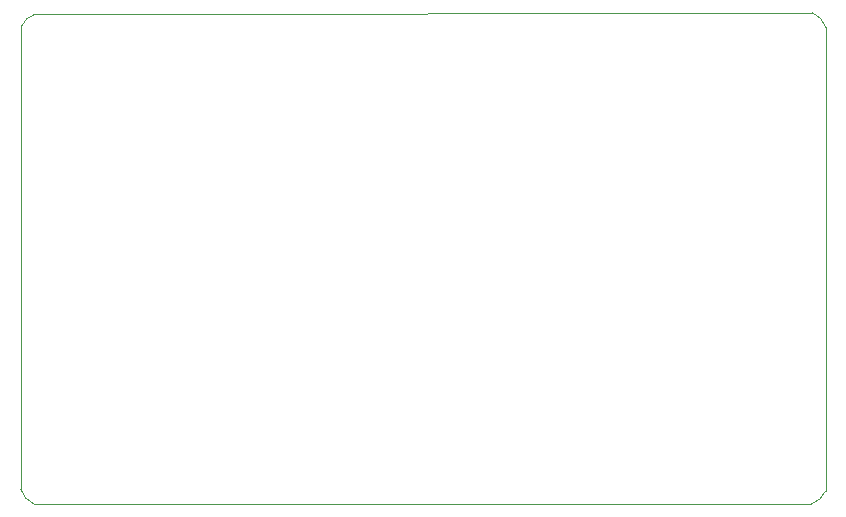
<source format=gbr>
%TF.GenerationSoftware,KiCad,Pcbnew,(5.99.0-8018-g9a0f685a75)*%
%TF.CreationDate,2021-02-23T23:23:09+00:00*%
%TF.ProjectId,CM4,434d342e-6b69-4636-9164-5f7063625858,rev?*%
%TF.SameCoordinates,Original*%
%TF.FileFunction,Profile,NP*%
%FSLAX46Y46*%
G04 Gerber Fmt 4.6, Leading zero omitted, Abs format (unit mm)*
G04 Created by KiCad (PCBNEW (5.99.0-8018-g9a0f685a75)) date 2021-02-23 23:23:09*
%MOMM*%
%LPD*%
G01*
G04 APERTURE LIST*
%TA.AperFunction,Profile*%
%ADD10C,0.100000*%
%TD*%
G04 APERTURE END LIST*
D10*
X164300000Y-115600001D02*
G75*
G02*
X163063655Y-116700000I-1770947J745663D01*
G01*
X163063655Y-116700000D02*
X97299999Y-116700000D01*
X164326802Y-76336345D02*
X164300000Y-115600001D01*
X163200001Y-75100000D02*
G75*
G02*
X164326802Y-76336345I-773198J-1836344D01*
G01*
X97400001Y-75200001D02*
X163200001Y-75100000D01*
X96173198Y-115463655D02*
X96163656Y-76326803D01*
X96163656Y-76326802D02*
G75*
G02*
X97400001Y-75200001I1836344J-773198D01*
G01*
X97299999Y-116700000D02*
G75*
G02*
X96173198Y-115463655I773198J1836344D01*
G01*
M02*

</source>
